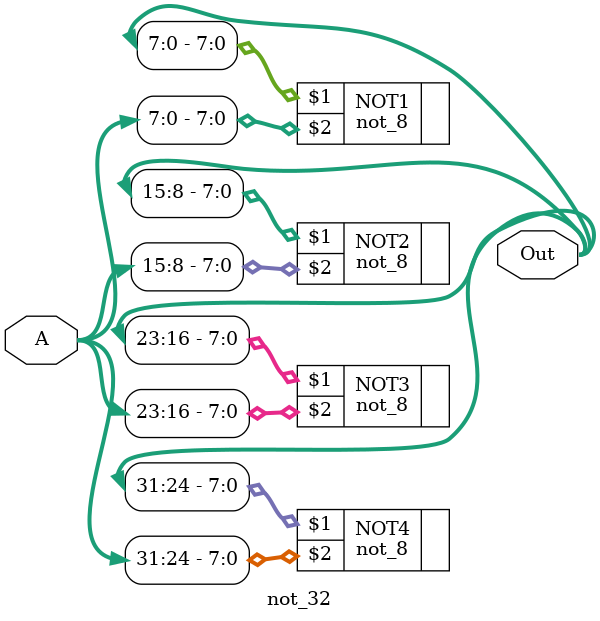
<source format=v>
module not_32(Out, A);
    input[31:0] A;
    output[31:0] Out;

    not_8 NOT1(Out[7:0], A[7:0]);
    not_8 NOT2(Out[15:8], A[15:8]);
    not_8 NOT3(Out[23:16], A[23:16]);
    not_8 NOT4(Out[31:24], A[31:24]);
endmodule
</source>
